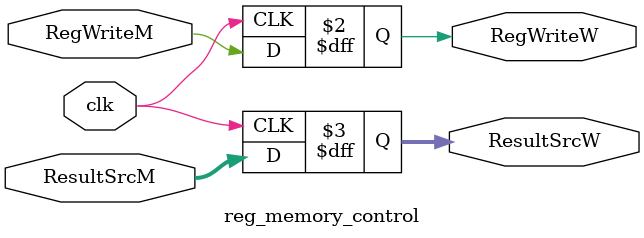
<source format=sv>
/*
	Function: Control Unit Pipeline Register for Memory Access - WriteBack Stage
*/

module reg_memory_control #(
    parameter DATA_WIDTH =32
)(  
    input logic                    clk,     
    input logic                    RegWriteM,
    input logic [1:0]              ResultSrcM,

    output logic                   RegWriteW,
    output logic [1:0]              ResultSrcW
    );

    always_ff @(posedge clk) begin
        RegWriteW   <=      RegWriteM;
        ResultSrcW  <=      ResultSrcM;
    end

endmodule

</source>
